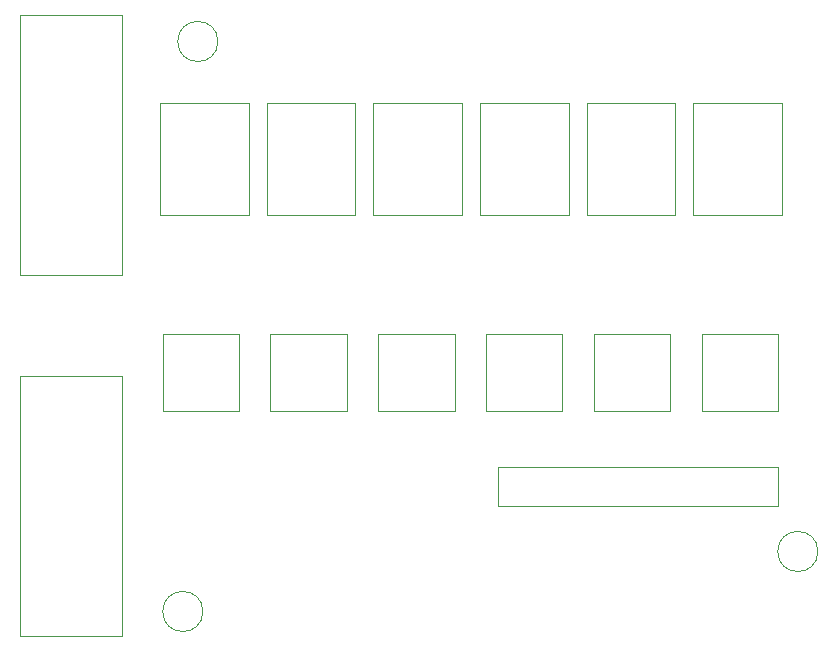
<source format=gbr>
%TF.GenerationSoftware,KiCad,Pcbnew,(7.0.0-0)*%
%TF.CreationDate,2023-08-03T18:37:04+02:00*%
%TF.ProjectId,flipperbrain-shield,666c6970-7065-4726-9272-61696e2d7368,rev?*%
%TF.SameCoordinates,Original*%
%TF.FileFunction,Other,User*%
%FSLAX46Y46*%
G04 Gerber Fmt 4.6, Leading zero omitted, Abs format (unit mm)*
G04 Created by KiCad (PCBNEW (7.0.0-0)) date 2023-08-03 18:37:04*
%MOMM*%
%LPD*%
G01*
G04 APERTURE LIST*
%ADD10C,0.050000*%
G04 APERTURE END LIST*
D10*
%TO.C,SW8*%
X112052000Y-63910000D02*
X112052000Y-63660000D01*
X112302000Y-63910000D02*
X112052000Y-63910000D01*
X119302000Y-63910000D02*
X112302000Y-63910000D01*
X119302000Y-63910000D02*
X119552000Y-63910000D01*
X119552000Y-63910000D02*
X119552000Y-63660000D01*
X112052000Y-63660000D02*
X112052000Y-54660000D01*
X112052000Y-54660000D02*
X112052000Y-54410000D01*
X119552000Y-54660000D02*
X119552000Y-63660000D01*
X119552000Y-54660000D02*
X119552000Y-54410000D01*
X112052000Y-54410000D02*
X112302000Y-54410000D01*
X112302000Y-54410000D02*
X119302000Y-54410000D01*
X119552000Y-54410000D02*
X119302000Y-54410000D01*
%TO.C,SW11*%
X139133000Y-63910000D02*
X139133000Y-63660000D01*
X139383000Y-63910000D02*
X139133000Y-63910000D01*
X146383000Y-63910000D02*
X139383000Y-63910000D01*
X146383000Y-63910000D02*
X146633000Y-63910000D01*
X146633000Y-63910000D02*
X146633000Y-63660000D01*
X139133000Y-63660000D02*
X139133000Y-54660000D01*
X139133000Y-54660000D02*
X139133000Y-54410000D01*
X146633000Y-54660000D02*
X146633000Y-63660000D01*
X146633000Y-54660000D02*
X146633000Y-54410000D01*
X139133000Y-54410000D02*
X139383000Y-54410000D01*
X139383000Y-54410000D02*
X146383000Y-54410000D01*
X146633000Y-54410000D02*
X146383000Y-54410000D01*
%TO.C,SW13*%
X157187000Y-63910000D02*
X157187000Y-63660000D01*
X157437000Y-63910000D02*
X157187000Y-63910000D01*
X164437000Y-63910000D02*
X157437000Y-63910000D01*
X164437000Y-63910000D02*
X164687000Y-63910000D01*
X164687000Y-63910000D02*
X164687000Y-63660000D01*
X157187000Y-63660000D02*
X157187000Y-54660000D01*
X157187000Y-54660000D02*
X157187000Y-54410000D01*
X164687000Y-54660000D02*
X164687000Y-63660000D01*
X164687000Y-54660000D02*
X164687000Y-54410000D01*
X157187000Y-54410000D02*
X157437000Y-54410000D01*
X157437000Y-54410000D02*
X164437000Y-54410000D01*
X164687000Y-54410000D02*
X164437000Y-54410000D01*
%TO.C,D6*%
X164390000Y-80445000D02*
X164390000Y-73945000D01*
X164390000Y-73945000D02*
X157940000Y-73945000D01*
X157940000Y-80445000D02*
X164390000Y-80445000D01*
X157940000Y-73945000D02*
X157940000Y-80445000D01*
%TO.C,SW10*%
X130106000Y-63910000D02*
X130106000Y-63660000D01*
X130356000Y-63910000D02*
X130106000Y-63910000D01*
X137356000Y-63910000D02*
X130356000Y-63910000D01*
X137356000Y-63910000D02*
X137606000Y-63910000D01*
X137606000Y-63910000D02*
X137606000Y-63660000D01*
X130106000Y-63660000D02*
X130106000Y-54660000D01*
X130106000Y-54660000D02*
X130106000Y-54410000D01*
X137606000Y-54660000D02*
X137606000Y-63660000D01*
X137606000Y-54660000D02*
X137606000Y-54410000D01*
X130106000Y-54410000D02*
X130356000Y-54410000D01*
X130356000Y-54410000D02*
X137356000Y-54410000D01*
X137606000Y-54410000D02*
X137356000Y-54410000D01*
%TO.C,D2*%
X121392000Y-73945000D02*
X121392000Y-80445000D01*
X121392000Y-80445000D02*
X127842000Y-80445000D01*
X127842000Y-73945000D02*
X121392000Y-73945000D01*
X127842000Y-80445000D02*
X127842000Y-73945000D01*
%TO.C,D3*%
X130529000Y-73945000D02*
X130529000Y-80445000D01*
X130529000Y-80445000D02*
X136979000Y-80445000D01*
X136979000Y-73945000D02*
X130529000Y-73945000D01*
X136979000Y-80445000D02*
X136979000Y-73945000D01*
%TO.C,MH1*%
X116940000Y-49200000D02*
G75*
G03*
X116940000Y-49200000I-1700000J0D01*
G01*
%TO.C,SW9*%
X121079000Y-63910000D02*
X121079000Y-63660000D01*
X121329000Y-63910000D02*
X121079000Y-63910000D01*
X128329000Y-63910000D02*
X121329000Y-63910000D01*
X128329000Y-63910000D02*
X128579000Y-63910000D01*
X128579000Y-63910000D02*
X128579000Y-63660000D01*
X121079000Y-63660000D02*
X121079000Y-54660000D01*
X121079000Y-54660000D02*
X121079000Y-54410000D01*
X128579000Y-54660000D02*
X128579000Y-63660000D01*
X128579000Y-54660000D02*
X128579000Y-54410000D01*
X121079000Y-54410000D02*
X121329000Y-54410000D01*
X121329000Y-54410000D02*
X128329000Y-54410000D01*
X128579000Y-54410000D02*
X128329000Y-54410000D01*
%TO.C,D1*%
X112255000Y-73945000D02*
X112255000Y-80445000D01*
X112255000Y-80445000D02*
X118705000Y-80445000D01*
X118705000Y-73945000D02*
X112255000Y-73945000D01*
X118705000Y-80445000D02*
X118705000Y-73945000D01*
%TO.C,RN1*%
X140640000Y-85218000D02*
X140640000Y-88518000D01*
X140640000Y-88518000D02*
X164390000Y-88518000D01*
X164390000Y-85218000D02*
X140640000Y-85218000D01*
X164390000Y-88518000D02*
X164390000Y-85218000D01*
%TO.C,SW12*%
X148160000Y-63910000D02*
X148160000Y-63660000D01*
X148410000Y-63910000D02*
X148160000Y-63910000D01*
X155410000Y-63910000D02*
X148410000Y-63910000D01*
X155410000Y-63910000D02*
X155660000Y-63910000D01*
X155660000Y-63910000D02*
X155660000Y-63660000D01*
X148160000Y-63660000D02*
X148160000Y-54660000D01*
X148160000Y-54660000D02*
X148160000Y-54410000D01*
X155660000Y-54660000D02*
X155660000Y-63660000D01*
X155660000Y-54660000D02*
X155660000Y-54410000D01*
X148160000Y-54410000D02*
X148410000Y-54410000D01*
X148410000Y-54410000D02*
X155410000Y-54410000D01*
X155660000Y-54410000D02*
X155410000Y-54410000D01*
%TO.C,J6*%
X108807000Y-46996000D02*
X100207000Y-46996000D01*
X100207000Y-46996000D02*
X100207000Y-68996000D01*
X108807000Y-68996000D02*
X108807000Y-46996000D01*
X100207000Y-68996000D02*
X108807000Y-68996000D01*
%TO.C,J5*%
X108807000Y-77550000D02*
X100207000Y-77550000D01*
X100207000Y-77550000D02*
X100207000Y-99550000D01*
X108807000Y-99550000D02*
X108807000Y-77550000D01*
X100207000Y-99550000D02*
X108807000Y-99550000D01*
%TO.C,D4*%
X139666000Y-73945000D02*
X139666000Y-80445000D01*
X139666000Y-80445000D02*
X146116000Y-80445000D01*
X146116000Y-73945000D02*
X139666000Y-73945000D01*
X146116000Y-80445000D02*
X146116000Y-73945000D01*
%TO.C,MH2*%
X115670000Y-97460000D02*
G75*
G03*
X115670000Y-97460000I-1700000J0D01*
G01*
%TO.C,MH4*%
X167740000Y-92380000D02*
G75*
G03*
X167740000Y-92380000I-1700000J0D01*
G01*
%TO.C,D5*%
X148803000Y-73945000D02*
X148803000Y-80445000D01*
X148803000Y-80445000D02*
X155253000Y-80445000D01*
X155253000Y-73945000D02*
X148803000Y-73945000D01*
X155253000Y-80445000D02*
X155253000Y-73945000D01*
%TD*%
M02*

</source>
